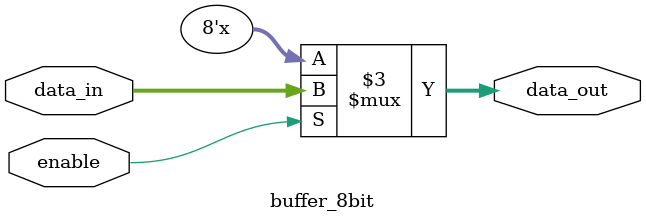
<source format=v>
module buffer_8bit (
    input wire [7:0] data_in,    
    input wire enable,           
    output reg [7:0] data_out    
);
    always @(*) begin
        if (enable) begin
            data_out = data_in;  
        end else begin
            data_out = 8'bz;     
        end
    end
endmodule

</source>
